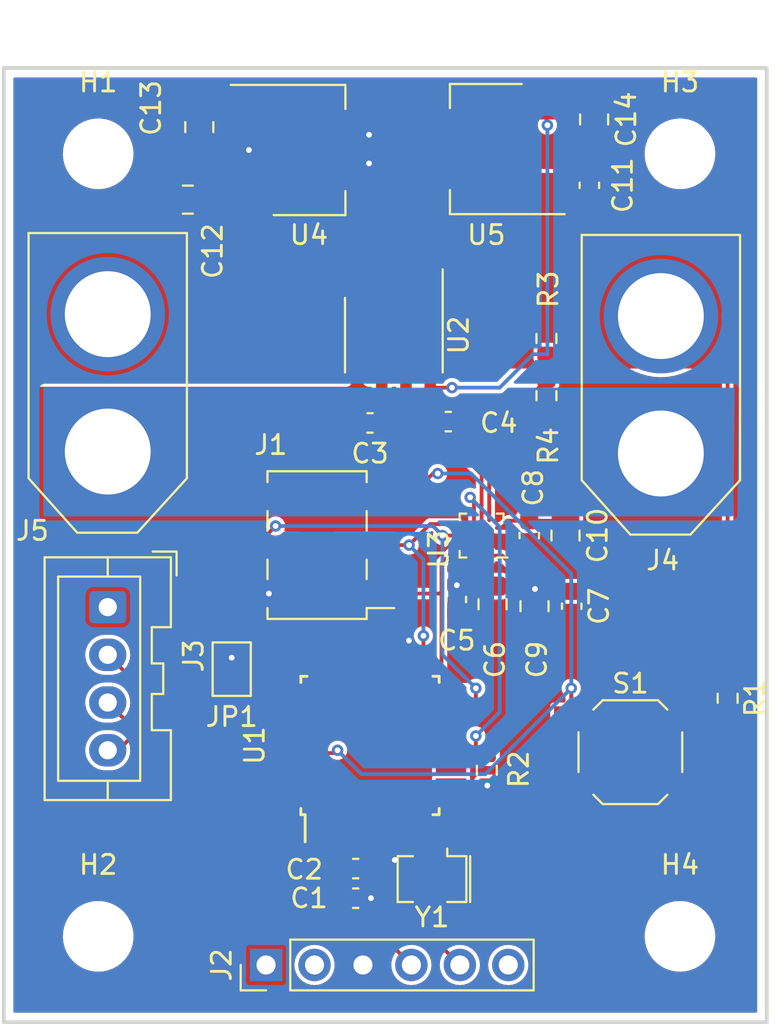
<source format=kicad_pcb>
(kicad_pcb (version 20221018) (generator pcbnew)
  (layers (0 "F.Cu" signal) (31 "B.Cu" signal) (34 "B.Paste" user) (35 "F.Paste" user) (36 "B.SilkS" user "B.Silkscreen") (37 "F.SilkS" user "F.Silkscreen") (38 "B.Mask" user) (39 "F.Mask" user) (44 "Edge.Cuts" user))
  (net 0 "")
  (net 1 "+3V3")
  (net 2 "GND")
  (net 3 "+5V")
  (net 4 "+BATT")
  (net 5 "MISO")
  (net 6 "SCK")
  (net 7 "MOSI")
  (net 8 "RESET")
  (net 10 "RXD")
  (net 11 "TXD")
  (net 13 "Net-(J3-Pin_2)")
  (net 14 "SDA")
  (net 15 "SCL")
  (net 16 "VEH")
  (net 17 "/BATT_DIVIDED")
  (net 18 "/CURRENT")
  (net 19 "CS")
  (net 20 "Net-(U2-FILTER)")
  (net 21 "Net-(U3-REFIN+)")
  (net 24 "Net-(U1-XTAL1{slash}PB6)")
  (net 25 "Net-(U1-XTAL2{slash}PB7)")
  (footprint "Connector_PinHeader_2.54mm:PinHeader_1x06_P2.54mm_Vertical" (layer "F.Cu") (at 142 121 90)
    (fp_text reference "J2" (at 0 -2.33 90) (layer "F.SilkS"))
    (fp_text value "Conn_01x06_Female")
    (fp_line (start -1.33 -1.33) (end 0 -1.33) (stroke (width 0.12)) (layer "F.SilkS"))
    (fp_line (start -1.33 0) (end -1.33 -1.33) (stroke (width 0.12)) (layer "F.SilkS"))
    (fp_line (start -1.33 1.27) (end -1.33 14.03) (stroke (width 0.12)) (layer "F.SilkS"))
    (fp_line (start -1.33 1.27) (end 1.33 1.27) (stroke (width 0.12)) (layer "F.SilkS"))
    (fp_line (start -1.33 14.03) (end 1.33 14.03) (stroke (width 0.12)) (layer "F.SilkS"))
    (fp_line (start 1.33 1.27) (end 1.33 14.03) (stroke (width 0.12)) (layer "F.SilkS"))
    (pad "1" thru_hole rect (at 0 0 90) (size 1.7 1.7) (drill 1) (layers "*.Cu" "*.Mask") (net 2 "GND"))
    (pad "2" thru_hole oval (at 0 2.54 90) (size 1.7 1.7) (drill 1) (layers "*.Cu" "*.Mask"))
    (pad "3" thru_hole oval (at 0 5.08 90) (size 1.7 1.7) (drill 1) (layers "*.Cu" "*.Mask") (net 1 "+3V3"))
    (pad "4" thru_hole oval (at 0 7.62 90) (size 1.7 1.7) (drill 1) (layers "*.Cu" "*.Mask") (net 10 "RXD"))
    (pad "5" thru_hole oval (at 0 10.16 90) (size 1.7 1.7) (drill 1) (layers "*.Cu" "*.Mask") (net 11 "TXD"))
    (pad "6" thru_hole oval (at 0 12.7 90) (size 1.7 1.7) (drill 1) (layers "*.Cu" "*.Mask"))
  )
  (footprint "Capacitor_SMD:C_0603_1608Metric" (layer "F.Cu") (at 146.7 117.5 180)
    (fp_text reference "C1" (at 2.45 0) (layer "F.SilkS"))
    (fp_text value "10 nF")
    (fp_line (start -0.14058 -0.51) (end 0.14058 -0.51) (stroke (width 0.12)) (layer "F.SilkS"))
    (fp_line (start -0.14058 0.51) (end 0.14058 0.51) (stroke (width 0.12)) (layer "F.SilkS"))
    (pad "1" smd roundrect (at -0.775 0 180) (size 0.9 0.95) (layers "F.Cu" "F.Paste" "F.Mask") (net 1 "+3V3"))
    (pad "2" smd roundrect (at 0.775 0 180) (size 0.9 0.95) (layers "F.Cu" "F.Paste" "F.Mask") (net 2 "GND"))
  )
  (footprint "Package_SO:SOIC-8_3.9x4.9mm_P1.27mm" (layer "F.Cu") (at 148.7 88 -90)
    (fp_text reference "U2" (at 0 -3.4 90) (layer "F.SilkS"))
    (fp_text value "ACS712ELCTR-20A")
    (fp_line (start 0 -2.56) (end -3.45 -2.56) (stroke (width 0.12)) (layer "F.SilkS"))
    (fp_line (start 0 -2.56) (end 1.95 -2.56) (stroke (width 0.12)) (layer "F.SilkS"))
    (fp_line (start 0 2.56) (end -1.95 2.56) (stroke (width 0.12)) (layer "F.SilkS"))
    (fp_line (start 0 2.56) (end 1.95 2.56) (stroke (width 0.12)) (layer "F.SilkS"))
    (pad "1" smd roundrect (at -2.475 -1.905 270) (size 1.95 0.6) (layers "F.Cu" "F.Paste" "F.Mask") (net 4 "+BATT"))
    (pad "2" smd roundrect (at -2.475 -0.635 270) (size 1.95 0.6) (layers "F.Cu" "F.Paste" "F.Mask") (net 4 "+BATT"))
    (pad "3" smd roundrect (at -2.475 0.635 270) (size 1.95 0.6) (layers "F.Cu" "F.Paste" "F.Mask") (net 16 "VEH"))
    (pad "4" smd roundrect (at -2.475 1.905 270) (size 1.95 0.6) (layers "F.Cu" "F.Paste" "F.Mask") (net 16 "VEH"))
    (pad "5" smd roundrect (at 2.475 1.905 270) (size 1.95 0.6) (layers "F.Cu" "F.Paste" "F.Mask") (net 2 "GND"))
    (pad "6" smd roundrect (at 2.475 0.635 270) (size 1.95 0.6) (layers "F.Cu" "F.Paste" "F.Mask") (net 20 "Net-(U2-FILTER)"))
    (pad "7" smd roundrect (at 2.475 -0.635 270) (size 1.95 0.6) (layers "F.Cu" "F.Paste" "F.Mask") (net 18 "/CURRENT"))
    (pad "8" smd roundrect (at 2.475 -1.905 270) (size 1.95 0.6) (layers "F.Cu" "F.Paste" "F.Mask") (net 3 "+5V"))
  )
  (footprint "Capacitor_SMD:C_0805_2012Metric" (layer "F.Cu") (at 159.2 76.7 -90)
    (fp_text reference "C14" (at 0 -1.68 90) (layer "F.SilkS"))
    (fp_text value "22 uF")
    (fp_line (start -0.261252 -0.735) (end 0.261252 -0.735) (stroke (width 0.12)) (layer "F.SilkS"))
    (fp_line (start -0.261252 0.735) (end 0.261252 0.735) (stroke (width 0.12)) (layer "F.SilkS"))
    (pad "1" smd roundrect (at -0.95 0 270) (size 1 1.45) (layers "F.Cu" "F.Paste" "F.Mask") (net 3 "+5V"))
    (pad "2" smd roundrect (at 0.95 0 270) (size 1 1.45) (layers "F.Cu" "F.Paste" "F.Mask") (net 2 "GND"))
  )
  (footprint "Capacitor_SMD:C_0805_2012Metric" (layer "F.Cu") (at 157.7 98.5 -90)
    (fp_text reference "C10" (at 0 -1.68 90) (layer "F.SilkS"))
    (fp_text value "10uF")
    (fp_line (start -0.261252 -0.735) (end 0.261252 -0.735) (stroke (width 0.12)) (layer "F.SilkS"))
    (fp_line (start -0.261252 0.735) (end 0.261252 0.735) (stroke (width 0.12)) (layer "F.SilkS"))
    (pad "1" smd roundrect (at -0.95 0 270) (size 1 1.45) (layers "F.Cu" "F.Paste" "F.Mask") (net 21 "Net-(U3-REFIN+)"))
    (pad "2" smd roundrect (at 0.95 0 270) (size 1 1.45) (layers "F.Cu" "F.Paste" "F.Mask") (net 2 "GND"))
  )
  (footprint "Resistor_SMD:R_0603_1608Metric" (layer "F.Cu") (at 153.575 110.8 -90)
    (fp_text reference "R2" (at -0.05 -1.675 90) (layer "F.SilkS"))
    (fp_text value "10k")
    (fp_line (start -0.237258 -0.5225) (end 0.237258 -0.5225) (stroke (width 0.12)) (layer "F.SilkS"))
    (fp_line (start -0.237258 0.5225) (end 0.237258 0.5225) (stroke (width 0.12)) (layer "F.SilkS"))
    (pad "1" smd roundrect (at -0.825 0 270) (size 0.8 0.95) (layers "F.Cu" "F.Paste" "F.Mask") (net 19 "CS"))
    (pad "2" smd roundrect (at 0.825 0 270) (size 0.8 0.95) (layers "F.Cu" "F.Paste" "F.Mask") (net 1 "+3V3"))
  )
  (footprint "Connector_PinHeader_2.54mm:PinHeader_2x03_P2.54mm_Vertical_SMD" (layer "F.Cu") (at 144.675 99 180)
    (fp_text reference "J1" (at 2.425 5.25) (layer "F.SilkS"))
    (fp_text value "AVR-ISP-6")
    (fp_line (start -4.04 -3.3) (end -2.6 -3.3) (stroke (width 0.12)) (layer "F.SilkS"))
    (fp_line (start -2.6 -3.87) (end -2.6 -3.3) (stroke (width 0.12)) (layer "F.SilkS"))
    (fp_line (start -2.6 -3.87) (end 2.6 -3.87) (stroke (width 0.12)) (layer "F.SilkS"))
    (fp_line (start -2.6 -1.78) (end -2.6 -0.76) (stroke (width 0.12)) (layer "F.SilkS"))
    (fp_line (start -2.6 0.76) (end -2.6 1.78) (stroke (width 0.12)) (layer "F.SilkS"))
    (fp_line (start -2.6 3.3) (end -2.6 3.87) (stroke (width 0.12)) (layer "F.SilkS"))
    (fp_line (start -2.6 3.87) (end 2.6 3.87) (stroke (width 0.12)) (layer "F.SilkS"))
    (fp_line (start 2.6 -3.87) (end 2.6 -3.3) (stroke (width 0.12)) (layer "F.SilkS"))
    (fp_line (start 2.6 -1.78) (end 2.6 -0.76) (stroke (width 0.12)) (layer "F.SilkS"))
    (fp_line (start 2.6 0.76) (end 2.6 1.78) (stroke (width 0.12)) (layer "F.SilkS"))
    (fp_line (start 2.6 3.3) (end 2.6 3.87) (stroke (width 0.12)) (layer "F.SilkS"))
    (pad "1" smd rect (at -2.525 -2.54 180) (size 3.15 1) (layers "F.Cu" "F.Paste" "F.Mask") (net 5 "MISO"))
    (pad "2" smd rect (at 2.525 -2.54 180) (size 3.15 1) (layers "F.Cu" "F.Paste" "F.Mask") (net 1 "+3V3"))
    (pad "3" smd rect (at -2.525 0 180) (size 3.15 1) (layers "F.Cu" "F.Paste" "F.Mask") (net 6 "SCK"))
    (pad "4" smd rect (at 2.525 0 180) (size 3.15 1) (layers "F.Cu" "F.Paste" "F.Mask") (net 7 "MOSI"))
    (pad "5" smd rect (at -2.525 2.54 180) (size 3.15 1) (layers "F.Cu" "F.Paste" "F.Mask") (net 8 "RESET"))
    (pad "6" smd rect (at 2.525 2.54 180) (size 3.15 1) (layers "F.Cu" "F.Paste" "F.Mask") (net 2 "GND"))
  )
  (footprint "Connector_AMASS:AMASS_XT60-F_1x02_P7.20mm_Vertical" (layer "F.Cu") (at 133.7 94.1 90)
    (fp_text reference "J5" (at -4.15 -3.95 180) (layer "F.SilkS"))
    (fp_text value "VEH")
    (fp_line (start -4.25 -1.6) (end -4.25 1.55) (stroke (width 0.12)) (layer "F.SilkS"))
    (fp_line (start -4.25 1.55) (end -1.4 4.15) (stroke (width 0.12)) (layer "F.SilkS"))
    (fp_line (start -1.4 -4.15) (end -4.25 -1.6) (stroke (width 0.12)) (layer "F.SilkS"))
    (fp_line (start -1.4 4.15) (end 11.45 4.15) (stroke (width 0.12)) (layer "F.SilkS"))
    (fp_line (start 11.45 -4.15) (end -1.4 -4.15) (stroke (width 0.12)) (layer "F.SilkS"))
    (fp_line (start 11.45 4.15) (end 11.45 -4.15) (stroke (width 0.12)) (layer "F.SilkS"))
    (pad "1" thru_hole roundrect (at 0 0 90) (size 6 6) (drill 4.5) (layers "*.Cu" "*.Mask") (net 2 "GND"))
    (pad "2" thru_hole circle (at 7.2 0 90) (size 6 6) (drill 4.5) (layers "*.Cu" "*.Mask") (net 16 "VEH"))
  )
  (footprint "Capacitor_SMD:C_0805_2012Metric" (layer "F.Cu") (at 153.875 102.1 -90)
    (fp_text reference "C6" (at 2.9 -0.125 90) (layer "F.SilkS"))
    (fp_text value "10uF")
    (fp_line (start -0.261252 -0.735) (end 0.261252 -0.735) (stroke (width 0.12)) (layer "F.SilkS"))
    (fp_line (start -0.261252 0.735) (end 0.261252 0.735) (stroke (width 0.12)) (layer "F.SilkS"))
    (pad "1" smd roundrect (at -0.95 0 270) (size 1 1.45) (layers "F.Cu" "F.Paste" "F.Mask") (net 1 "+3V3"))
    (pad "2" smd roundrect (at 0.95 0 270) (size 1 1.45) (layers "F.Cu" "F.Paste" "F.Mask") (net 2 "GND"))
  )
  (footprint "Package_TO_SOT_SMD:SOT-223-3_TabPin2" (layer "F.Cu") (at 144.25 78.3)
    (fp_text reference "U4" (at 0 4.45) (layer "F.SilkS"))
    (fp_text value "AZ1117-3.3")
    (fp_line (start -4.1 -3.41) (end 1.91 -3.41) (stroke (width 0.12)) (layer "F.SilkS"))
    (fp_line (start -1.85 3.41) (end 1.91 3.41) (stroke (width 0.12)) (layer "F.SilkS"))
    (fp_line (start 1.91 -3.41) (end 1.91 -2.15) (stroke (width 0.12)) (layer "F.SilkS"))
    (fp_line (start 1.91 3.41) (end 1.91 2.15) (stroke (width 0.12)) (layer "F.SilkS"))
    (pad "1" smd rect (at -3.15 -2.3) (size 2 1.5) (layers "F.Cu" "F.Paste" "F.Mask") (net 2 "GND"))
    (pad "2" smd rect (at -3.15 0) (size 2 1.5) (layers "F.Cu" "F.Paste" "F.Mask") (net 1 "+3V3"))
    (pad "2" smd rect (at 3.15 0) (size 2 3.8) (layers "F.Cu" "F.Paste" "F.Mask") (net 1 "+3V3"))
    (pad "3" smd rect (at -3.15 2.3) (size 2 1.5) (layers "F.Cu" "F.Paste" "F.Mask") (net 3 "+5V"))
  )
  (footprint "Capacitor_SMD:C_0603_1608Metric" (layer "F.Cu") (at 151.552 92.531)
    (fp_text reference "C4" (at 2.648 0.069) (layer "F.SilkS"))
    (fp_text value "100 nF")
    (fp_line (start -0.14058 -0.51) (end 0.14058 -0.51) (stroke (width 0.12)) (layer "F.SilkS"))
    (fp_line (start -0.14058 0.51) (end 0.14058 0.51) (stroke (width 0.12)) (layer "F.SilkS"))
    (pad "1" smd roundrect (at -0.775 0) (size 0.9 0.95) (layers "F.Cu" "F.Paste" "F.Mask") (net 3 "+5V"))
    (pad "2" smd roundrect (at 0.775 0) (size 0.9 0.95) (layers "F.Cu" "F.Paste" "F.Mask") (net 2 "GND"))
  )
  (footprint "Jumper:SolderJumper-2_P1.3mm_Open_Pad1.0x1.5mm" (layer "F.Cu") (at 140.2 105.5 -90)
    (fp_text reference "JP1" (at 2.5 0 -180) (layer "F.SilkS"))
    (fp_text value "Power Connect")
    (fp_line (start -1.4 -1) (end 1.4 -1) (stroke (width 0.12)) (layer "F.SilkS"))
    (fp_line (start -1.4 1) (end -1.4 -1) (stroke (width 0.12)) (layer "F.SilkS"))
    (fp_line (start 1.4 -1) (end 1.4 1) (stroke (width 0.12)) (layer "F.SilkS"))
    (fp_line (start 1.4 1) (end -1.4 1) (stroke (width 0.12)) (layer "F.SilkS"))
    (pad "1" smd rect (at -0.65 0 270) (size 1 1.5) (layers "F.Cu" "F.Mask") (net 1 "+3V3"))
    (pad "2" smd rect (at 0.65 0 270) (size 1 1.5) (layers "F.Cu" "F.Mask") (net 13 "Net-(J3-Pin_2)"))
  )
  (footprint "Resistor_SMD:R_0603_1608Metric" (layer "F.Cu") (at 156.7 91.175 -90)
    (fp_text reference "R4" (at 2.625 -0.1 90) (layer "F.SilkS"))
    (fp_text value "10k")
    (fp_line (start -0.237258 -0.5225) (end 0.237258 -0.5225) (stroke (width 0.12)) (layer "F.SilkS"))
    (fp_line (start -0.237258 0.5225) (end 0.237258 0.5225) (stroke (width 0.12)) (layer "F.SilkS"))
    (pad "1" smd roundrect (at -0.825 0 270) (size 0.8 0.95) (layers "F.Cu" "F.Paste" "F.Mask") (net 17 "/BATT_DIVIDED"))
    (pad "2" smd roundrect (at 0.825 0 270) (size 0.8 0.95) (layers "F.Cu" "F.Paste" "F.Mask") (net 2 "GND"))
  )
  (footprint "Capacitor_SMD:C_0805_2012Metric" (layer "F.Cu") (at 137.9 80.9 180)
    (fp_text reference "C12" (at -1.3 -2.7 90) (layer "F.SilkS"))
    (fp_text value "10uF")
    (fp_line (start -0.261252 -0.735) (end 0.261252 -0.735) (stroke (width 0.12)) (layer "F.SilkS"))
    (fp_line (start -0.261252 0.735) (end 0.261252 0.735) (stroke (width 0.12)) (layer "F.SilkS"))
    (pad "1" smd roundrect (at -0.95 0 180) (size 1 1.45) (layers "F.Cu" "F.Paste" "F.Mask") (net 3 "+5V"))
    (pad "2" smd roundrect (at 0.95 0 180) (size 1 1.45) (layers "F.Cu" "F.Paste" "F.Mask") (net 2 "GND"))
  )
  (footprint "MountingHole:MountingHole_3.2mm_M3_ISO14580" (layer "F.Cu") (at 163.7 119.5)
    (fp_text reference "H4" (at 0 -3.75) (layer "F.SilkS"))
    (fp_text value "MountingHole")
    (pad "" np_thru_hole circle (at 0 0) (size 3.2 3.2) (drill 3.2) (layers "*.Cu" "*.Mask"))
  )
  (footprint "MountingHole:MountingHole_3.2mm_M3_ISO14580" (layer "F.Cu") (at 133.2 78.5)
    (fp_text reference "H1" (at 0 -3.75) (layer "F.SilkS"))
    (fp_text value "MountingHole")
    (pad "" np_thru_hole circle (at 0 0) (size 3.2 3.2) (drill 3.2) (layers "*.Cu" "*.Mask"))
  )
  (footprint "Button_Switch_SMD:SW_SPST_SKQG_WithStem" (layer "F.Cu") (at 161.1 109.85)
    (fp_text reference "S1" (at 0 -3.6) (layer "F.SilkS"))
    (fp_text value "RST")
    (fp_line (start -2.72 1.04) (end -2.72 -1.04) (stroke (width 0.12)) (layer "F.SilkS"))
    (fp_line (start -1.45 -2.72) (end -1.94 -2.23) (stroke (width 0.12)) (layer "F.SilkS"))
    (fp_line (start -1.45 -2.72) (end 1.45 -2.72) (stroke (width 0.12)) (layer "F.SilkS"))
    (fp_line (start -1.45 2.72) (end -1.94 2.23) (stroke (width 0.12)) (layer "F.SilkS"))
    (fp_line (start -1.45 2.72) (end 1.45 2.72) (stroke (width 0.12)) (layer "F.SilkS"))
    (fp_line (start 1.45 -2.72) (end 1.94 -2.23) (stroke (width 0.12)) (layer "F.SilkS"))
    (fp_line (start 1.45 2.72) (end 1.94 2.23) (stroke (width 0.12)) (layer "F.SilkS"))
    (fp_line (start 2.72 1.04) (end 2.72 -1.04) (stroke (width 0.12)) (layer "F.SilkS"))
    (pad "1" smd rect (at -3.1 -1.85) (size 1.8 1.1) (layers "F.Cu" "F.Paste" "F.Mask") (net 8 "RESET"))
    (pad "1" smd rect (at 3.1 -1.85) (size 1.8 1.1) (layers "F.Cu" "F.Paste" "F.Mask") (net 8 "RESET"))
    (pad "2" smd rect (at -3.1 1.85) (size 1.8 1.1) (layers "F.Cu" "F.Paste" "F.Mask") (net 2 "GND"))
    (pad "2" smd rect (at 3.1 1.85) (size 1.8 1.1) (layers "F.Cu" "F.Paste" "F.Mask") (net 2 "GND"))
    (zone (net 0) (net_name "") (layer "F.Cu") (connect_pads (clearance 0)) (min_thickness 0.254)
      (keepout (tracks not_allowed) (vias not_allowed) (pads not_allowed) (copperpour not_allowed) (footprints not_allowed))
      (fill (thermal_gap 0.508) (thermal_bridge_width 0.508))
      (polygon (pts (xy 157.1 108.55) (xy 160.1 108.55) (xy 160.1 111.15) (xy 157.1 111.15)))
    )
    (zone (net 0) (net_name "") (layer "F.Cu") (connect_pads (clearance 0)) (min_thickness 0.254)
      (keepout (tracks not_allowed) (vias not_allowed) (pads not_allowed) (copperpour not_allowed) (footprints not_allowed))
      (fill (thermal_gap 0.508) (thermal_bridge_width 0.508))
      (polygon (pts (xy 162.1 108.55) (xy 165.1 108.55) (xy 165.1 111.15) (xy 162.1 111.15)))
    )
  )
  (footprint "Resistor_SMD:R_0603_1608Metric" (layer "F.Cu") (at 156.7 88.175 -90)
    (fp_text reference "R3" (at -2.575 -0.1 90) (layer "F.SilkS"))
    (fp_text value "30k")
    (fp_line (start -0.237258 -0.5225) (end 0.237258 -0.5225) (stroke (width 0.12)) (layer "F.SilkS"))
    (fp_line (start -0.237258 0.5225) (end 0.237258 0.5225) (stroke (width 0.12)) (layer "F.SilkS"))
    (pad "1" smd roundrect (at -0.825 0 270) (size 0.8 0.95) (layers "F.Cu" "F.Paste" "F.Mask") (net 4 "+BATT"))
    (pad "2" smd roundrect (at 0.825 0 270) (size 0.8 0.95) (layers "F.Cu" "F.Paste" "F.Mask") (net 17 "/BATT_DIVIDED"))
  )
  (footprint "Capacitor_SMD:C_0603_1608Metric" (layer "F.Cu") (at 158.95 80.15 90)
    (fp_text reference "C11" (at 0 1.75 90) (layer "F.SilkS"))
    (fp_text value "1 uF")
    (fp_line (start -0.14058 -0.51) (end 0.14058 -0.51) (stroke (width 0.12)) (layer "F.SilkS"))
    (fp_line (start -0.14058 0.51) (end 0.14058 0.51) (stroke (width 0.12)) (layer "F.SilkS"))
    (pad "1" smd roundrect (at -0.775 0 90) (size 0.9 0.95) (layers "F.Cu" "F.Paste" "F.Mask") (net 4 "+BATT"))
    (pad "2" smd roundrect (at 0.775 0 90) (size 0.9 0.95) (layers "F.Cu" "F.Paste" "F.Mask") (net 2 "GND"))
  )
  (footprint "Resistor_SMD:R_0603_1608Metric" (layer "F.Cu") (at 166.2 107.025 -90)
    (fp_text reference "R1" (at 0 -1.43 90) (layer "F.SilkS"))
    (fp_text value "10k")
    (fp_line (start -0.237258 -0.5225) (end 0.237258 -0.5225) (stroke (width 0.12)) (layer "F.SilkS"))
    (fp_line (start -0.237258 0.5225) (end 0.237258 0.5225) (stroke (width 0.12)) (layer "F.SilkS"))
    (pad "1" smd roundrect (at -0.825 0 270) (size 0.8 0.95) (layers "F.Cu" "F.Paste" "F.Mask") (net 3 "+5V"))
    (pad "2" smd roundrect (at 0.825 0 270) (size 0.8 0.95) (layers "F.Cu" "F.Paste" "F.Mask") (net 8 "RESET"))
  )
  (footprint "Connector_JST:JST_XA_B04B-XASK-1_1x04_P2.50mm_Vertical" (layer "F.Cu") (at 133.7 102.25 -90)
    (fp_text reference "J3" (at 2.55 -4.5 90) (layer "F.SilkS"))
    (fp_text value "Conn_01x04_Socket")
    (fp_line (start -2.91 -3.61) (end -2.91 -2.36) (stroke (width 0.12)) (layer "F.SilkS"))
    (fp_line (start -2.61 -3.31) (end -2.61 3.31) (stroke (width 0.12)) (layer "F.SilkS"))
    (fp_line (start -2.61 0) (end -1.6 0) (stroke (width 0.12)) (layer "F.SilkS"))
    (fp_line (start -2.61 3.31) (end 10.11 3.31) (stroke (width 0.12)) (layer "F.SilkS"))
    (fp_line (start -1.66 -3.61) (end -2.91 -3.61) (stroke (width 0.12)) (layer "F.SilkS"))
    (fp_line (start -1.6 -1.7) (end -1.6 2.6) (stroke (width 0.12)) (layer "F.SilkS"))
    (fp_line (start -1.6 2.6) (end 9.1 2.6) (stroke (width 0.12)) (layer "F.SilkS"))
    (fp_line (start 1.05 -3.31) (end -2.61 -3.31) (stroke (width 0.12)) (layer "F.SilkS"))
    (fp_line (start 1.05 -2.31) (end 1.05 -3.31) (stroke (width 0.12)) (layer "F.SilkS"))
    (fp_line (start 2.95 -2.91) (end 2.95 -2.31) (stroke (width 0.12)) (layer "F.SilkS"))
    (fp_line (start 2.95 -2.31) (end 1.05 -2.31) (stroke (width 0.12)) (layer "F.SilkS"))
    (fp_line (start 4.55 -2.91) (end 2.95 -2.91) (stroke (width 0.12)) (layer "F.SilkS"))
    (fp_line (start 4.55 -2.31) (end 4.55 -2.91) (stroke (width 0.12)) (layer "F.SilkS"))
    (fp_line (start 6.45 -3.31) (end 6.45 -2.31) (stroke (width 0.12)) (layer "F.SilkS"))
    (fp_line (start 6.45 -2.31) (end 4.55 -2.31) (stroke (width 0.12)) (layer "F.SilkS"))
    (fp_line (start 9.1 -1.7) (end -1.6 -1.7) (stroke (width 0.12)) (layer "F.SilkS"))
    (fp_line (start 9.1 2.6) (end 9.1 -1.7) (stroke (width 0.12)) (layer "F.SilkS"))
    (fp_line (start 10.11 -3.31) (end 6.45 -3.31) (stroke (width 0.12)) (layer "F.SilkS"))
    (fp_line (start 10.11 0) (end 9.1 0) (stroke (width 0.12)) (layer "F.SilkS"))
    (fp_line (start 10.11 3.31) (end 10.11 -3.31) (stroke (width 0.12)) (layer "F.SilkS"))
    (pad "1" thru_hole roundrect (at 0 0 270) (size 1.7 1.95) (drill 0.95) (layers "*.Cu" "*.Mask") (roundrect_rratio 0.147059) (net 2 "GND"))
    (pad "2" thru_hole oval (at 2.5 0 270) (size 1.7 1.95) (drill 0.95) (layers "*.Cu" "*.Mask") (net 13 "Net-(J3-Pin_2)"))
    (pad "3" thru_hole oval (at 5 0 270) (size 1.7 1.95) (drill 0.95) (layers "*.Cu" "*.Mask") (net 14 "SDA"))
    (pad "4" thru_hole oval (at 7.5 0 270) (size 1.7 1.95) (drill 0.95) (layers "*.Cu" "*.Mask") (net 15 "SCL"))
  )
  (footprint "Capacitor_SMD:C_0805_2012Metric" (layer "F.Cu") (at 138.5 77.1 90)
    (fp_text reference "C13" (at 1 -2.53 90) (layer "F.SilkS"))
    (fp_text value "22uF")
    (fp_line (start -0.261252 -0.735) (end 0.261252 -0.735) (stroke (width 0.12)) (layer "F.SilkS"))
    (fp_line (start -0.261252 0.735) (end 0.261252 0.735) (stroke (width 0.12)) (layer "F.SilkS"))
    (pad "1" smd roundrect (at -0.95 0 90) (size 1 1.45) (layers "F.Cu" "F.Paste" "F.Mask") (net 1 "+3V3"))
    (pad "2" smd roundrect (at 0.95 0 90) (size 1 1.45) (layers "F.Cu" "F.Paste" "F.Mask") (net 2 "GND"))
  )
  (footprint "Crystal:Resonator_SMD_Murata_CSTxExxV-3Pin_3.0x1.1mm" (layer "F.Cu") (at 150.7 116.5 180)
    (fp_text reference "Y1" (at 0 -2) (layer "F.SilkS"))
    (fp_text value "8M")
    (fp_line (start -2 -1.2) (end -2 0.8) (stroke (width 0.12)) (layer "F.SilkS"))
    (fp_line (start -2 0.8) (end -2 1.2) (stroke (width 0.12)) (layer "F.SilkS"))
    (fp_line (start -1.8 -1.2) (end -0.8 -1.2) (stroke (width 0.12)) (layer "F.SilkS"))
    (fp_line (start -1.8 0.8) (end -1.8 -1.2) (stroke (width 0.12)) (layer "F.SilkS"))
    (fp_line (start -1.8 0.8) (end -1.8 1.2) (stroke (width 0.12)) (layer "F.SilkS"))
    (fp_line (start -0.8 1.2) (end -1.8 1.2) (stroke (width 0.12)) (layer "F.SilkS"))
    (fp_line (start -0.8 1.2) (end -0.8 1.6) (stroke (width 0.12)) (layer "F.SilkS"))
    (fp_line (start 1 -1.2) (end 1.8 -1.2) (stroke (width 0.12)) (layer "F.SilkS"))
    (fp_line (start 1.8 -1.2) (end 1.8 0.8) (stroke (width 0.12)) (layer "F.SilkS"))
    (fp_line (start 1.8 0.8) (end 1.8 1.2) (stroke (width 0.12)) (layer "F.SilkS"))
    (fp_line (start 1.8 1.2) (end 1 1.2) (stroke (width 0.12)) (layer "F.SilkS"))
    (pad "1" smd rect (at -1.2 0 180) (size 0.4 1.9) (layers "F.Cu" "F.Paste" "F.Mask") (net 25 "Net-(U1-XTAL2{slash}PB7)"))
    (pad "2" smd rect (at 0 0 180) (size 0.4 1.9) (layers "F.Cu" "F.Paste" "F.Mask") (net 2 "GND"))
    (pad "3" smd rect (at 1.2 0 180) (size 0.4 1.9) (layers "F.Cu" "F.Paste" "F.Mask") (net 24 "Net-(U1-XTAL1{slash}PB6)"))
  )
  (footprint "Capacitor_SMD:C_0805_2012Metric" (layer "F.Cu") (at 156.075 102.2 -90)
    (fp_text reference "C9" (at 2.8 -0.125 90) (layer "F.SilkS"))
    (fp_text value "10uF")
    (fp_line (start -0.261252 -0.735) (end 0.261252 -0.735) (stroke (width 0.12)) (layer "F.SilkS"))
    (fp_line (start -0.261252 0.735) (end 0.261252 0.735) (stroke (width 0.12)) (layer "F.SilkS"))
    (pad "1" smd roundrect (at -0.95 0 270) (size 1 1.45) (layers "F.Cu" "F.Paste" "F.Mask") (net 1 "+3V3"))
    (pad "2" smd roundrect (at 0.95 0 270) (size 1 1.45) (layers "F.Cu" "F.Paste" "F.Mask") (net 2 "GND"))
  )
  (footprint "Connector_AMASS:AMASS_XT60-M_1x02_P7.20mm_Vertical" (layer "F.Cu") (at 162.7 94.2 90)
    (fp_text reference "J4" (at -5.6 0.1 180) (layer "F.SilkS"))
    (fp_text value "BATT")
    (fp_line (start -4.25 -1.6) (end -4.25 1.55) (stroke (width 0.12)) (layer "F.SilkS"))
    (fp_line (start -4.25 1.55) (end -1.4 4.15) (stroke (width 0.12)) (layer "F.SilkS"))
    (fp_line (start -1.4 -4.15) (end -4.25 -1.6) (stroke (width 0.12)) (layer "F.SilkS"))
    (fp_line (start -1.4 4.15) (end 11.45 4.15) (stroke (width 0.12)) (layer "F.SilkS"))
    (fp_line (start 11.45 -4.15) (end -1.4 -4.15) (stroke (width 0.12)) (layer "F.SilkS"))
    (fp_line (start 11.45 4.15) (end 11.45 -4.15) (stroke (width 0.12)) (layer "F.SilkS"))
    (pad "1" thru_hole roundrect (at 0 0 90) (size 6 6) (drill 4.5) (layers "*.Cu" "*.Mask") (net 2 "GND"))
    (pad "2" thru_hole circle (at 7.2 0 90) (size 6 6) (drill 4.5) (layers "*.Cu" "*.Mask") (net 4 "+BATT"))
  )
  (footprint "Capacitor_SMD:C_0603_1608Metric" (layer "F.Cu") (at 147.45 92.6 180)
    (fp_text reference "C3" (at 0 -1.6) (layer "F.SilkS"))
    (fp_text value "1 nF")
    (fp_line (start -0.14058 -0.51) (end 0.14058 -0.51) (stroke (width 0.12)) (layer "F.SilkS"))
    (fp_line (start -0.14058 0.51) (end 0.14058 0.51) (stroke (width 0.12)) (layer "F.SilkS"))
    (pad "1" smd roundrect (at -0.775 0 180) (size 0.9 0.95) (layers "F.Cu" "F.Paste" "F.Mask") (net 20 "Net-(U2-FILTER)"))
    (pad "2" smd roundrect (at 0.775 0 180) (size 0.9 0.95) (layers "F.Cu" "F.Paste" "F.Mask") (net 2 "GND"))
  )
  (footprint "MountingHole:MountingHole_3.2mm_M3_ISO14580" (layer "F.Cu") (at 163.7 78.5)
    (fp_text reference "H3" (at 0 -3.75) (layer "F.SilkS"))
    (fp_text value "MountingHole")
    (pad "" np_thru_hole circle (at 0 0) (size 3.2 3.2) (drill 3.2) (layers "*.Cu" "*.Mask"))
  )
  (footprint "Package_QFP:TQFP-32_7x7mm_P0.8mm" (layer "F.Cu") (at 147.45 109.5 90)
    (fp_text reference "U1" (at 0 -6.05 90) (layer "F.SilkS"))
    (fp_text value "ATmega328-A")
    (fp_line (start -3.625 -3.625) (end -3.625 -3.4) (stroke (width 0.15)) (layer "F.SilkS"))
    (fp_line (start -3.625 -3.625) (end -3.3 -3.625) (stroke (width 0.15)) (layer "F.SilkS"))
    (fp_line (start -3.625 -3.4) (end -5.05 -3.4) (stroke (width 0.15)) (layer "F.SilkS"))
    (fp_line (start -3.625 3.625) (end -3.625 3.3) (stroke (width 0.15)) (layer "F.SilkS"))
    (fp_line (start -3.625 3.625) (end -3.3 3.625) (stroke (width 0.15)) (layer "F.SilkS"))
    (fp_line (start 3.625 -3.625) (end 3.3 -3.625) (stroke (width 0.15)) (layer "F.SilkS"))
    (fp_line (start 3.625 -3.625) (end 3.625 -3.3) (stroke (width 0.15)) (layer "F.SilkS"))
    (fp_line (start 3.625 3.625) (end 3.3 3.625) (stroke (width 0.15)) (layer "F.SilkS"))
    (fp_line (start 3.625 3.625) (end 3.625 3.3) (stroke (width 0.15)) (layer "F.SilkS"))
    (pad "1" smd rect (at -4.25 -2.8 90) (size 1.6 0.55) (layers "F.Cu" "F.Paste" "F.Mask"))
    (pad "2" smd rect (at -4.25 -2 90) (size 1.6 0.55) (layers "F.Cu" "F.Paste" "F.Mask"))
    (pad "3" smd rect (at -4.25 -1.2 90) (size 1.6 0.55) (layers "F.Cu" "F.Paste" "F.Mask") (net 2 "GND"))
    (pad "4" smd rect (at -4.25 -0.4 90) (size 1.6 0.55) (layers "F.Cu" "F.Paste" "F.Mask") (net 1 "+3V3"))
    (pad "5" smd rect (at -4.25 0.4 90) (size 1.6 0.55) (layers "F.Cu" "F.Paste" "F.Mask") (net 2 "GND"))
    (pad "6" smd rect (at -4.25 1.2 90) (size 1.6 0.55) (layers "F.Cu" "F.Paste" "F.Mask") (net 1 "+3V3"))
    (pad "7" smd rect (at -4.25 2 90) (size 1.6 0.55) (layers "F.Cu" "F.Paste" "F.Mask") (net 24 "Net-(U1-XTAL1{slash}PB6)"))
    (pad "8" smd rect (at -4.25 2.8 90) (size 1.6 0.55) (layers "F.Cu" "F.Paste" "F.Mask") (net 25 "Net-(U1-XTAL2{slash}PB7)"))
    (pad "9" smd rect (at -2.8 4.25 180) (size 1.6 0.55) (layers "F.Cu" "F.Paste" "F.Mask"))
    (pad "10" smd rect (at -2 4.25 180) (size 1.6 0.55) (layers "F.Cu" "F.Paste" "F.Mask"))
    (pad "11" smd rect (at -1.2 4.25 180) (size 1.6 0.55) (layers "F.Cu" "F.Paste" "F.Mask"))
    (pad "12" smd rect (at -0.4 4.25 180) (size 1.6 0.55) (layers "F.Cu" "F.Paste" "F.Mask") (net 19 "CS"))
    (pad "13" smd rect (at 0.4 4.25 180) (size 1.6 0.55) (layers "F.Cu" "F.Paste" "F.Mask"))
    (pad "14" smd rect (at 1.2 4.25 180) (size 1.6 0.55) (layers "F.Cu" "F.Paste" "F.Mask"))
    (pad "15" smd rect (at 2 4.25 180) (size 1.6 0.55) (layers "F.Cu" "F.Paste" "F.Mask") (net 7 "MOSI"))
    (pad "16" smd rect (at 2.8 4.25 180) (size 1.6 0.55) (layers "F.Cu" "F.Paste" "F.Mask") (net 5 "MISO"))
    (pad "17" smd rect (at 4.25 2.8 90) (size 1.6 0.55) (layers "F.Cu" "F.Paste" "F.Mask") (net 6 "SCK"))
    (pad "18" smd rect (at 4.25 2 90) (size 1.6 0.55) (layers "F.Cu" "F.Paste" "F.Mask") (net 1 "+3V3"))
    (pad "19" smd rect (at 4.25 1.2 90) (size 1.6 0.55) (layers "F.Cu" "F.Paste" "F.Mask"))
    (pad "20" smd rect (at 4.25 0.4 90) (size 1.6 0.55) (layers "F.Cu" "F.Paste" "F.Mask"))
    (pad "21" smd rect (at 4.25 -0.4 90) (size 1.6 0.55) (layers "F.Cu" "F.Paste" "F.Mask") (net 2 "GND"))
    (pad "22" smd rect (at 4.25 -1.2 90) (size 1.6 0.55) (layers "F.Cu" "F.Paste" "F.Mask"))
    (pad "23" smd rect (at 4.25 -2 90) (size 1.6 0.55) (layers "F.Cu" "F.Paste" "F.Mask"))
    (pad "24" smd rect (at 4.25 -2.8 90) (size 1.6 0.55) (layers "F.Cu" "F.Paste" "F.Mask"))
    (pad "25" smd rect (at 2.8 -4.25 180) (size 1.6 0.55) (layers "F.Cu" "F.Paste" "F.Mask"))
    (pad "26" smd rect (at 2 -4.25 180) (size 1.6 0.55) (layers "F.Cu" "F.Paste" "F.Mask"))
    (pad "27" smd rect (at 1.2 -4.25 180) (size 1.6 0.55) (layers "F.Cu" "F.Paste" "F.Mask") (net 14 "SDA"))
    (pad "28" smd rect (at 0.4 -4.25 180) (size 1.6 0.55) (layers "F.Cu" "F.Paste" "F.Mask") (net 15 "SCL"))
    (pad "29" smd rect (at -0.4 -4.25 180) (size 1.6 0.55) (layers "F.Cu" "F.Paste" "F.Mask") (net 8 "RESET"))
    (pad "30" smd rect (at -1.2 -4.25 180) (size 1.6 0.55) (layers "F.Cu" "F.Paste" "F.Mask") (net 10 "RXD"))
    (pad "31" smd rect (at -2 -4.25 180) (size 1.6 0.55) (layers "F.Cu" "F.Paste" "F.Mask") (net 11 "TXD"))
    (pad "32" smd rect (at -2.8 -4.25 180) (size 1.6 0.55) (layers "F.Cu" "F.Paste" "F.Mask"))
  )
  (footprint "MountingHole:MountingHole_3.2mm_M3_ISO14580" (layer "F.Cu") (at 133.2 119.5)
    (fp_text reference "H2" (at 0 -3.75) (layer "F.SilkS"))
    (fp_text value "MountingHole")
    (pad "" np_thru_hole circle (at 0 0) (size 3.2 3.2) (drill 3.2) (layers "*.Cu" "*.Mask"))
  )
  (footprint "Capacitor_SMD:C_0603_1608Metric" (layer "F.Cu") (at 155.8 98.5 -90)
    (fp_text reference "C8" (at -2.5 -0.2 90) (layer "F.SilkS"))
    (fp_text value "0.1uF")
    (fp_line (start -0.14058 -0.51) (end 0.14058 -0.51) (stroke (width 0.12)) (layer "F.SilkS"))
    (fp_line (start -0.14058 0.51) (end 0.14058 0.51) (stroke (width 0.12)) (layer "F.SilkS"))
    (pad "1" smd roundrect (at -0.775 0 270) (size 0.9 0.95) (layers "F.Cu" "F.Paste" "F.Mask") (net 21 "Net-(U3-REFIN+)"))
    (pad "2" smd roundrect (at 0.775 0 270) (size 0.9 0.95) (layers "F.Cu" "F.Paste" "F.Mask") (net 2 "GND"))
  )
  (footprint "Capacitor_SMD:C_0603_1608Metric" (layer "F.Cu") (at 158.025 102.2 -90)
    (fp_text reference "C7" (at 0 -1.43 90) (layer "F.SilkS"))
    (fp_text value "0.1uF")
    (fp_line (start -0.14058 -0.51) (end 0.14058 -0.51) (stroke (width 0.12)) (layer "F.SilkS"))
    (fp_line (start -0.14058 0.51) (end 0.14058 0.51) (stroke (width 0.12)) (layer "F.SilkS"))
    (pad "1" smd roundrect (at -0.775 0 270) (size 0.9 0.95) (layers "F.Cu" "F.Paste" "F.Mask") (net 1 "+3V3"))
    (pad "2" smd roundrect (at 0.775 0 270) (size 0.9 0.95) (layers "F.Cu" "F.Paste" "F.Mask") (net 2 "GND"))
  )
  (footprint "Capacitor_SMD:C_0603_1608Metric" (layer "F.Cu") (at 151.975 101.85 -90)
    (fp_text reference "C5" (at 2.15 -0.025 -180) (layer "F.SilkS"))
    (fp_text value "0.1uF")
    (fp_line (start -0.14058 -0.51) (end 0.14058 -0.51) (stroke (width 0.12)) (layer "F.SilkS"))
    (fp_line (start -0.14058 0.51) (end 0.14058 0.51) (stroke (width 0.12)) (layer "F.SilkS"))
    (pad "1" smd roundrect (at -0.775 0 270) (size 0.9 0.95) (layers "F.Cu" "F.Paste" "F.Mask") (net 1 "+3V3"))
    (pad "2" smd roundrect (at 0.775 0 270) (size 0.9 0.95) (layers "F.Cu" "F.Paste" "F.Mask") (net 2 "GND"))
  )
  (footprint "ADC Pretty:QFN-12_EP_2x2_Pitch0.4mm" (layer "F.Cu") (at 153.3 98.5 180)
    (fp_text reference "U3" (at 2.25 -0.725 90) (layer "F.SilkS"))
    (fp_text value "~")
    (fp_line (start -1.15 1.15) (end -1.15 0.8) (stroke (width 0.12)) (layer "F.SilkS"))
    (fp_line (start -0.8 -1.15) (end -1.35 -1.15) (stroke (width 0.12)) (layer "F.SilkS"))
    (fp_line (start -0.8 1.15) (end -1.15 1.15) (stroke (width 0.12)) (layer "F.SilkS"))
    (fp_line (start 0.8 -1.15) (end 1.15 -1.15) (stroke (width 0.12)) (layer "F.SilkS"))
    (fp_line (start 0.8 1.15) (end 1.15 1.15) (stroke (width 0.12)) (layer "F.SilkS"))
    (fp_line (start 1.15 -1.15) (end 1.15 -0.8) (stroke (width 0.12)) (layer "F.SilkS"))
    (fp_line (start 1.15 1.15) (end 1.15 0.8) (stroke (width 0.12)) (layer "F.SilkS"))
    (pad "1" smd oval (at -1.05 -0.4 270) (size 0.2 0.7) (layers "F.Cu" "F.Paste" "F.Mask") (net 2 "GND"))
    (pad "2" smd oval (at -1.05 0 270) (size 0.2 0.7) (layers "F.Cu" "F.Paste" "F.Mask") (net 2 "GND"))
    (pad "3" smd oval (at -1.05 0.4 270) (size 0.2 0.7) (layers "F.Cu" "F.Paste" "F.Mask") (net 21 "Net-(U3-REFIN+)"))
    (pad "4" smd oval (at -0.4 1.05 180) (size 0.2 0.7) (layers "F.Cu" "F.Paste" "F.Mask") (net 17 "/BATT_DIVIDED"))
    (pad "5" smd oval (at 0 1.05 180) (size 0.2 0.7) (layers "F.Cu" "F.Paste" "F.Mask") (net 18 "/CURRENT"))
    (pad "6" smd oval (at 0.4 1.05 180) (size 0.2 0.7) (layers "F.Cu" "F.Paste" "F.Mask") (net 19 "CS"))
    (pad "7" smd oval (at 1.05 0.4 270) (size 0.2 0.7) (layers "F.Cu" "F.Paste" "F.Mask") (net 6 "SCK"))
    (pad "8" smd oval (at 1.05 0 270) (size 0.2 0.7) (layers "F.Cu" "F.Paste" "F.Mask") (net 7 "MOSI"))
    (pad "9" smd oval (at 1.05 -0.4 270) (size 0.2 0.7) (layers "F.Cu" "F.Paste" "F.Mask") (net 5 "MISO"))
    (pad "10" smd oval (at 0.4 -1.05 180) (size 0.2 0.7) (layers "F.Cu" "F.Paste" "F.Mask") (net 2 "GND"))
    (pad "11" smd oval (at 0 -1.05 180) (size 0.2 0.7) (layers "F.Cu" "F.Paste" "F.Mask") (net 1 "+3V3"))
    (pad "12" smd oval (at -0.4 -1.05 180) (size 0.2 0.7) (layers "F.Cu" "F.Paste" "F.Mask") (net 1 "+3V3"))
    (pad "13" smd rect (at 0 0 180) (size 1 1) (layers "F.Cu" "F.Paste" "F.Mask") (net 2 "GND"))
  )
  (footprint "Package_TO_SOT_SMD:SOT-223-3_TabPin2" (layer "F.Cu") (at 153.55 78.25 180)
    (fp_text reference "U5" (at 0 -4.5) (layer "F.SilkS"))
    (fp_text value "TS2940CW50")
    (fp_line (start -4.1 -3.41) (end 1.91 -3.41) (stroke (width 0.12)) (layer "F.SilkS"))
    (fp_line (start -1.85 3.41) (end 1.91 3.41) (stroke (width 0.12)) (layer "F.SilkS"))
    (fp_line (start 1.91 -3.41) (end 1.91 -2.15) (stroke (width 0.12)) (layer "F.SilkS"))
    (fp_line (start 1.91 3.41) (end 1.91 2.15) (stroke (width 0.12)) (layer "F.SilkS"))
    (pad "1" smd rect (at -3.15 -2.3 180) (size 2 1.5) (layers "F.Cu" "F.Paste" "F.Mask") (net 4 "+BATT"))
    (pad "2" smd rect (at -3.15 0 180) (size 2 1.5) (layers "F.Cu" "F.Paste" "F.Mask") (net 2 "GND"))
    (pad "2" smd rect (at 3.15 0 180) (size 2 3.8) (layers "F.Cu" "F.Paste" "F.Mask") (net 2 "GND"))
    (pad "3" smd rect (at -3.15 2.3 180) (size 2 1.5) (layers "F.Cu" "F.Paste" "F.Mask") (net 3 "+5V"))
  )
  (footprint "Capacitor_SMD:C_0603_1608Metric" (layer "F.Cu") (at 146.7 115.95 180)
    (fp_text reference "C2" (at 2.7 -0.05) (layer "F.SilkS"))
    (fp_text value "100 nF")
    (fp_line (start -0.14058 -0.51) (end 0.14058 -0.51) (stroke (width 0.12)) (layer "F.SilkS"))
    (fp_line (start -0.14058 0.51) (end 0.14058 0.51) (stroke (width 0.12)) (layer "F.SilkS"))
    (pad "1" smd roundrect (at -0.775 0 180) (size 0.9 0.95) (layers "F.Cu" "F.Paste" "F.Mask") (net 1 "+3V3"))
    (pad "2" smd roundrect (at 0.775 0 180) (size 0.9 0.95) (layers "F.Cu" "F.Paste" "F.Mask") (net 2 "GND"))
  )
  (gr_rect locked (start 128.25 74) (end 168.25 124) (stroke (width 0.2)) (fill none) (layer "Edge.Cuts"))
  (segment (start 157.9 101.3) (end 158.025 101.425) (width 0.2) (layer "F.Cu") (net 1))
  (segment (start 153.875 101.15) (end 152.05 101.15) (width 0.2) (layer "F.Cu") (net 1))
  (segment (start 148.65 113.75) (end 148.65 115.4) (width 0.2) (layer "F.Cu") (net 1))
  (segment (start 140.2 104.85) (end 140.2 104.9) (width 0.2) (layer "F.Cu") (net 1))
  (segment (start 147.05 115.525) (end 147.05 113.75) (width 0.2) (layer "F.Cu") (net 1))
  (segment (start 157.85 101.25) (end 158.025 101.425) (width 0.2) (layer "F.Cu") (net 1))
  (segment (start 149.45 105.25) (end 149.45 104.04435) (width 0.2) (layer "F.Cu") (net 1))
  (segment (start 138.75 78.3) (end 138.5 78.05) (width 0.2) (layer "F.Cu") (net 1))
  (segment (start 156.1 101.3) (end 157.9 101.3) (width 0.2) (layer "F.Cu") (net 1))
  (segment (start 156.075 101.25) (end 154.375 99.55) (width 0.2) (layer "F.Cu") (net 1))
  (segment (start 149.45 104.04435) (end 149.491525 104.002825) (width 0.2) (layer "F.Cu") (net 1))
  (segment (start 152.05 101.15) (end 152 101.1) (width 0.2) (layer "F.Cu") (net 1))
  (segment (start 153.875 101.15) (end 153.3 100.575) (width 0.2) (layer "F.Cu") (net 1))
  (segment (start 152 101.1) (end 151.975 101.075) (width 0.2) (layer "F.Cu") (net 1))
  (segment (start 154.375 99.55) (end 153.7 99.55) (width 0.2) (layer "F.Cu") (net 1))
  (segment (start 141.1 78.3) (end 138.75 78.3) (width 0.2) (layer "F.Cu") (net 1))
  (segment (start 147.475 117.5) (end 147.475 115.95) (width 0.2) (layer "F.Cu") (net 1))
  (segment (start 148.65 115.4) (end 148.75 115.5) (width 0.2) (layer "F.Cu") (net 1))
  (segment (start 153.3 100.575) (end 153.3 99.55) (width 0.2) (layer "F.Cu") (net 1))
  (segment (start 147.475 115.95) (end 147.05 115.525) (width 0.2) (layer "F.Cu") (net 1))
  (via (at 142.15 101.54) (size 0.6) (drill 0.3) (layers "F.Cu" "B.Cu") (net 1))
  (via (at 149.491525 104.002825) (size 0.6) (drill 0.3) (layers "F.Cu" "B.Cu") (net 1))
  (via (at 147.5 117.5) (size 0.6) (drill 0.3) (layers "F.Cu" "B.Cu") (net 1))
  (via (at 147.4 79) (size 0.6) (drill 0.3) (layers "F.Cu" "B.Cu") (net 1))
  (via (at 153.6 111.6) (size 0.6) (drill 0.3) (layers "F.Cu" "B.Cu") (net 1))
  (via (at 156.1 101.3) (size 0.6) (drill 0.3) (layers "F.Cu" "B.Cu") (net 1))
  (via (at 148.75 115.5) (size 0.6) (drill 0.3) (layers "F.Cu" "B.Cu") (net 1))
  (via (at 152 101.1) (size 0.6) (drill 0.3) (layers "F.Cu" "B.Cu") (net 1))
  (via (at 140.2 104.9) (size 0.6) (drill 0.3) (layers "F.Cu" "B.Cu") (net 1))
  (via (at 147.4 77.5) (size 0.6) (drill 0.3) (layers "F.Cu" "B.Cu") (net 1))
  (via (at 141.1 78.3) (size 0.6) (drill 0.3) (layers "F.Cu" "B.Cu") (net 1))
  (segment (start 156.7 75.95) (end 146.25 75.95) (width 0.2) (layer "F.Cu") (net 3))
  (segment (start 150.605 90.475) (end 150.777 90.647) (width 0.2) (layer "F.Cu") (net 3))
  (segment (start 141.6 80.6) (end 141.1 80.6) (width 0.2) (layer "F.Cu") (net 3))
  (segment (start 138.85 80.9) (end 139.15 80.6) (width 0.2) (layer "F.Cu") (net 3))
  (segment (start 156.7 75.95) (end 159 75.95) (width 0.2) (layer "F.Cu") (net 3))
  (segment (start 166.2 78.242284) (end 166.2 106.2) (width 0.2) (layer "F.Cu") (net 3))
  (segment (start 159 75.95) (end 159.2 75.75) (width 0.2) (layer "F.Cu") (net 3))
  (segment (start 139.15 80.6) (end 141.1 80.6) (width 0.2) (layer "F.Cu") (net 3))
  (segment (start 156.7 75.95) (end 156.7 76.950498) (width 0.2) (layer "F.Cu") (net 3))
  (segment (start 151.75 90.75) (end 150.88 90.75) (width 0.2) (layer "F.Cu") (net 3))
  (segment (start 163.907716 75.95) (end 166.2 78.242284) (width 0.2) (layer "F.Cu") (net 3))
  (segment (start 156.7 76.950498) (end 156.75 77.000498) (width 0.2) (layer "F.Cu") (net 3))
  (segment (start 156.7 75.95) (end 163.907716 75.95) (width 0.2) (layer "F.Cu") (net 3))
  (segment (start 146.25 75.95) (end 141.6 80.6) (width 0.2) (layer "F.Cu") (net 3))
  (segment (start 150.777 90.647) (end 150.777 92.531) (width 0.2) (layer "F.Cu") (net 3))
  (segment (start 150.88 90.75) (end 150.605 90.475) (width 0.2) (layer "F.Cu") (net 3))
  (via (at 151.75 90.75) (size 0.6) (drill 0.3) (layers "F.Cu" "B.Cu") (net 3))
  (via (at 156.75 77.000498) (size 0.6) (drill 0.3) (layers "F.Cu" "B.Cu") (net 3))
  (segment (start 156.75 77.000498) (end 156.75 89) (width 0.2) (layer "B.Cu") (net 3))
  (segment (start 156 89) (end 154.25 90.75) (width 0.2) (layer "B.Cu") (net 3))
  (segment (start 154.25 90.75) (end 151.75 90.75) (width 0.2) (layer "B.Cu") (net 3))
  (segment (start 156.75 89) (end 156 89) (width 0.2) (layer "B.Cu") (net 3))
  (segment (start 151.2 106.2) (end 151.7 106.7) (width 0.2) (layer "F.Cu") (net 5))
  (segment (start 151.2 101.45) (end 151.2 106.2) (width 0.2) (layer "F.Cu") (net 5))
  (segment (start 151.11 101.54) (end 147.2 101.54) (width 0.2) (layer "F.Cu") (net 5))
  (segment (start 151.2 99.95) (end 151.2 101.45) (width 0.2) (layer "F.Cu") (net 5))
  (segment (start 152.25 98.9) (end 151.2 99.95) (width 0.2) (layer "F.Cu") (net 5))
  (segment (start 151.2 101.45) (end 151.11 101.54) (width 0.2) (layer "F.Cu") (net 5))
  (segment (start 150.6 97.9) (end 152.05 97.9) (width 0.2) (layer "F.Cu") (net 6))
  (segment (start 147.2 99) (end 149.5 99) (width 0.2) (layer "F.Cu") (net 6))
  (segment (start 150.25 103.75) (end 150.25 105.25) (width 0.2) (layer "F.Cu") (net 6))
  (segment (start 152.05 97.9) (end 152.25 98.1) (width 0.2) (layer "F.Cu") (net 6))
  (segment (start 149.5 99) (end 150.6 97.9) (width 0.2) (layer "F.Cu") (net 6))
  (via (at 149.5 99) (size 0.6) (drill 0.3) (layers "F.Cu" "B.Cu") (net 6))
  (via (at 150.25 103.75) (size 0.6) (drill 0.3) (layers "F.Cu" "B.Cu") (net 6))
  (segment (start 150.25 99.75) (end 150.25 103.75) (width 0.2) (layer "B.Cu") (net 6))
  (segment (start 149.5 99) (end 150.25 99.75) (width 0.2) (layer "B.Cu") (net 6))
  (segment (start 153 107.2) (end 152.7 107.5) (width 0.2) (layer "F.Cu") (net 7))
  (segment (start 153 106.5) (end 153 107.2) (width 0.2) (layer "F.Cu") (net 7))
  (segment (start 152.25 98.5) (end 151.25 98.5) (width 0.2) (layer "F.Cu") (net 7))
  (segment (start 142.15 98.35) (end 142.5 98) (width 0.2) (layer "F.Cu") (net 7))
  (segment (start 152.7 107.5) (end 151.7 107.5) (width 0.2) (layer "F.Cu") (net 7))
  (segment (start 142.15 99) (end 142.15 98.35) (width 0.2) (layer "F.Cu") (net 7))
  (via (at 151.25 98.5) (size 0.6) (drill 0.3) (layers "F.Cu" "B.Cu") (net 7))
  (via (at 153 106.5) (size 0.6) (drill 0.3) (layers "F.Cu" "B.Cu") (net 7))
  (via (at 142.5 98) (size 0.6) (drill 0.3) (layers "F.Cu" "B.Cu") (net 7))
  (segment (start 151.25 104.75) (end 153 106.5) (width 0.2) (layer "B.Cu") (net 7))
  (segment (start 151.25 98.5) (end 151.25 104.75) (width 0.2) (layer "B.Cu") (net 7))
  (segment (start 150.75 98) (end 151.25 98.5) (width 0.2) (layer "B.Cu") (net 7))
  (segment (start 142.5 98) (end 150.75 98) (width 0.2) (layer "B.Cu") (net 7))
  (segment (start 145.75 109.75) (end 145.6 109.9) (width 0.2) (layer "F.Cu") (net 8))
  (segment (start 150.75 95.25) (end 149.5 96.5) (width 0.2) (layer "F.Cu") (net 8))
  (segment (start 149.46 96.46) (end 149.5 96.5) (width 0.2) (layer "F.Cu") (net 8))
  (segment (start 164.2 108) (end 158 108) (width 0.2) (layer "F.Cu") (net 8))
  (segment (start 166.05 108) (end 164.2 108) (width 0.2) (layer "F.Cu") (net 8))
  (segment (start 147.2 96.46) (end 149.46 96.46) (width 0.2) (layer "F.Cu") (net 8))
  (segment (start 158 106.5) (end 158 108) (width 0.2) (layer "F.Cu") (net 8))
  (segment (start 166.2 107.85) (end 166.05 108) (width 0.2) (layer "F.Cu") (net 8))
  (segment (start 151 95.25) (end 150.75 95.25) (width 0.2) (layer "F.Cu") (net 8))
  (segment (start 145.6 109.9) (end 143.2 109.9) (width 0.2) (layer "F.Cu") (net 8))
  (via (at 151 95.25) (size 0.6) (drill 0.3) (layers "F.Cu" "B.Cu") (net 8))
  (via (at 145.75 109.75) (size 0.6) (drill 0.3) (layers "F.Cu" "B.Cu") (net 8))
  (via (at 158 106.5) (size 0.6) (drill 0.3) (layers "F.Cu" "B.Cu") (net 8))
  (segment (start 145.75 109.75) (end 147 111) (width 0.2) (layer "B.Cu") (net 8))
  (segment (start 158 100.5) (end 152.75 95.25) (width 0.2) (layer "B.Cu") (net 8))
  (segment (start 147 111) (end 153.5 111) (width 0.2) (layer "B.Cu") (net 8))
  (segment (start 158 106.5) (end 158 100.5) (width 0.2) (layer "B.Cu") (net 8))
  (segment (start 153.5 111) (end 158 106.5) (width 0.2) (layer "B.Cu") (net 8))
  (segment (start 152.75 95.25) (end 151 95.25) (width 0.2) (layer "B.Cu") (net 8))
  (segment (start 149.62 121) (end 147.62 119) (width 0.2) (layer "F.Cu") (net 10))
  (segment (start 142.2 110.7) (end 143.2 110.7) (width 0.2) (layer "F.Cu") (net 10))
  (segment (start 147.62 119) (end 144.5 119) (width 0.2) (layer "F.Cu") (net 10))
  (segment (start 144.5 119) (end 140.75 115.25) (width 0.2) (layer "F.Cu") (net 10))
  (segment (start 140.75 112.15) (end 142.2 110.7) (width 0.2) (layer "F.Cu") (net 10))
  (segment (start 140.75 115.25) (end 140.75 112.15) (width 0.2) (layer "F.Cu") (net 10))
  (segment (start 141.75 115.25) (end 141.75 111.95) (width 0.2) (layer "F.Cu") (net 11))
  (segment (start 149.66 118.5) (end 145 118.5) (width 0.2) (layer "F.Cu") (net 11))
  (segment (start 152.16 121) (end 149.66 118.5) (width 0.2) (layer "F.Cu") (net 11))
  (segment (start 145 118.5) (end 141.75 115.25) (width 0.2) (layer "F.Cu") (net 11))
  (segment (start 141.75 111.95) (end 142.2 111.5) (width 0.2) (layer "F.Cu") (net 11))
  (segment (start 142.2 111.5) (end 143.2 111.5) (width 0.2) (layer "F.Cu") (net 11))
  (segment (start 135.1 106.15) (end 133.7 104.75) (width 0.2) (layer "F.Cu") (net 13))
  (segment (start 140.2 106.15) (end 135.1 106.15) (width 0.2) (layer "F.Cu") (net 13))
  (segment (start 134.75 108.3) (end 143.2 108.3) (width 0.2) (layer "F.Cu") (net 14))
  (segment (start 133.7 107.25) (end 134.75 108.3) (width 0.2) (layer "F.Cu") (net 14))
  (segment (start 133.7 109.75) (end 134.25 109.75) (width 0.2) (layer "F.Cu") (net 15))
  (segment (start 134.25 109.75) (end 134.9 109.1) (width 0.2) (layer "F.Cu") (net 15))
  (segment (start 134.9 109.1) (end 143.2 109.1) (width 0.2) (layer "F.Cu") (net 15))
  (segment (start 153.7 95.121462) (end 153.7 97.45) (width 0.2) (layer "F.Cu") (net 17))
  (segment (start 151.577 92.063538) (end 151.577 92.998462) (width 0.2) (layer "F.Cu") (net 17))
  (segment (start 151.577 92.998462) (end 153.7 95.121462) (width 0.2) (layer "F.Cu") (net 17))
  (segment (start 156.7 90.35) (end 155.7 91.35) (width 0.2) (layer "F.Cu") (net 17))
  (segment (start 156.7 89) (end 156.7 90.35) (width 0.2) (layer "F.Cu") (net 17))
  (segment (start 155.7 91.35) (end 152.290538 91.35) (width 0.2) (layer "F.Cu") (net 17))
  (segment (start 152.290538 91.35) (end 151.577 92.063538) (width 0.2) (layer "F.Cu") (net 17))
  (segment (start 153.3 95.3) (end 153.3 97.45) (width 0.2) (layer "F.Cu") (net 18))
  (segment (start 149.335 93.335) (end 150.25 94.25) (width 0.2) (layer "F.Cu") (net 18))
  (segment (start 152.25 94.25) (end 153.3 95.3) (width 0.2) (layer "F.Cu") (net 18))
  (segment (start 149.335 90.475) (end 149.335 93.335) (width 0.2) (layer "F.Cu") (net 18))
  (segment (start 150.25 94.25) (end 152.25 94.25) (width 0.2) (layer "F.Cu") (net 18))
  (segment (start 152.7 109.9) (end 151.7 109.9) (width 0.2) (layer "F.Cu") (net 19))
  (segment (start 151.775 109.975) (end 151.7 109.9) (width 0.2) (layer "F.Cu") (net 19))
  (segment (start 152.9 97.45) (end 152.9 96.6995) (width 0.2) (layer "F.Cu") (net 19))
  (segment (start 153 109.6) (end 152.7 109.9) (width 0.2) (layer "F.Cu") (net 19))
  (segment (start 153.575 109.975) (end 151.775 109.975) (width 0.2) (layer "F.Cu") (net 19))
  (segment (start 152.9 96.6995) (end 152.7005 96.5) (width 0.2) (layer "F.Cu") (net 19))
  (segment (start 153 109) (end 153 109.6) (width 0.2) (layer "F.Cu") (net 19))
  (via (at 152.7005 96.5) (size 0.6) (drill 0.3) (layers "F.Cu" "B.Cu") (net 19))
  (via (at 153 109) (size 0.6) (drill 0.3) (layers "F.Cu" "B.Cu") (net 19))
  (segment (start 152.7005 96.5) (end 154.25 98.0495) (width 0.2) (layer "B.Cu") (net 19))
  (segment (start 154.25 107.75) (end 153 109) (width 0.2) (layer "B.Cu") (net 19))
  (segment (start 154.25 98.0495) (end 154.25 107.75) (width 0.2) (layer "B.Cu") (net 19))
  (segment (start 148.225 92.6) (end 148.225 90.635) (width 0.2) (layer "F.Cu") (net 20))
  (segment (start 148.225 90.635) (end 148.065 90.475) (width 0.2) (layer "F.Cu") (net 20))
  (segment (start 155.8 97.725) (end 157.525 97.725) (width 0.2) (layer "F.Cu") (net 21))
  (segment (start 157.525 97.725) (end 157.7 97.55) (width 0.2) (layer "F.Cu") (net 21))
  (segment (start 154.725 97.725) (end 154.35 98.1) (width 0.2) (layer "F.Cu") (net 21))
  (segment (start 155.8 97.725) (end 154.725 97.725) (width 0.2) (layer "F.Cu") (net 21))
  (segment (start 149.5 116.5) (end 149.5 113.8) (width 0.2) (layer "F.Cu") (net 24))
  (segment (start 149.5 113.8) (end 149.45 113.75) (width 0.2) (layer "F.Cu") (net 24))
  (segment (start 151.9 115.4) (end 150.25 113.75) (width 0.2) (layer "F.Cu") (net 25))
  (segment (start 151.9 116.5) (end 151.9 115.4) (width 0.2) (layer "F.Cu") (net 25))
  (zone (net 16) (net_name "VEH") (layer "F.Cu") (name "Vehicle Pad") (priority 1) (connect_pads yes (clearance 0.15)) (min_thickness 0.15) (fill yes (thermal_gap 0.5) (thermal_bridge_width 0.5))
    (polygon (pts (xy 148.75 90.5) (xy 130 90.5) (xy 130 83.5) (xy 148.75 83.5)))
  )
  (zone (net 2) (net_name "GND") (layer "F.Cu") (name "GND") (connect_pads yes (clearance 0.15)) (min_thickness 0.15) (fill yes (thermal_gap 0.5) (thermal_bridge_width 0.5))
    (polygon (pts (xy 128.25 74) (xy 168.25 74) (xy 168.25 124) (xy 128.25 124)))
  )
  (zone (net 4) (net_name "+BATT") (layer "F.Cu") (name "Battery Pad") (priority 2) (connect_pads yes (clearance 0.15)) (min_thickness 0.15) (fill yes (thermal_gap 0.5) (thermal_bridge_width 0.5) (island_removal_mode 1) (island_area_min 10))
    (polygon (pts (xy 148.75 87.25) (xy 151.25 89.75) (xy 166.25 89.75) (xy 166.25 84.5) (xy 161.25 79.5) (xy 152.75 79.5) (xy 148.75 83.5) (xy 148.75 85.25)))
  )
  (zone (net 2) (net_name "GND") (layer "B.Cu") (name "GND") (priority 2) (connect_pads yes (clearance 0.15)) (min_thickness 0.15) (fill yes (thermal_gap 0.5) (thermal_bridge_width 0.5))
    (polygon (pts (xy 130.324087 90.75) (xy 166.574087 90.75) (xy 166.5 97.5) (xy 130.324087 97.5) (xy 130.324087 97.5)))
  )
  (zone (net 1) (net_name "+3V3") (layer "B.Cu") (name "3V3 ") (priority 1) (connect_pads yes (clearance 0.15)) (min_thickness 0.15) (fill yes (thermal_gap 0.5) (thermal_bridge_width 0.5) (island_removal_mode 1) (island_area_min 10))
    (polygon (pts (xy 128.2 74) (xy 168.2 74) (xy 168.2 124) (xy 128.2 124)))
  )
)
</source>
